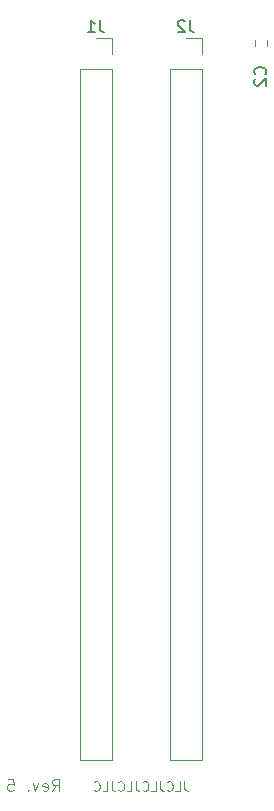
<source format=gbr>
G04 #@! TF.GenerationSoftware,KiCad,Pcbnew,8.0.4+dfsg-1*
G04 #@! TF.CreationDate,2024-12-10T11:00:30+09:00*
G04 #@! TF.ProjectId,bionic-p8051,62696f6e-6963-42d7-9038-3035312e6b69,5*
G04 #@! TF.SameCoordinates,Original*
G04 #@! TF.FileFunction,Legend,Bot*
G04 #@! TF.FilePolarity,Positive*
%FSLAX46Y46*%
G04 Gerber Fmt 4.6, Leading zero omitted, Abs format (unit mm)*
G04 Created by KiCad (PCBNEW 8.0.4+dfsg-1) date 2024-12-10 11:00:30*
%MOMM*%
%LPD*%
G01*
G04 APERTURE LIST*
%ADD10C,0.100000*%
%ADD11C,0.125000*%
%ADD12C,0.150000*%
%ADD13C,0.120000*%
G04 APERTURE END LIST*
D10*
X117395238Y-136660895D02*
X117395238Y-137232323D01*
X117395238Y-137232323D02*
X117433333Y-137346609D01*
X117433333Y-137346609D02*
X117509524Y-137422800D01*
X117509524Y-137422800D02*
X117623809Y-137460895D01*
X117623809Y-137460895D02*
X117700000Y-137460895D01*
X116633333Y-137460895D02*
X117014285Y-137460895D01*
X117014285Y-137460895D02*
X117014285Y-136660895D01*
X115909523Y-137384704D02*
X115947619Y-137422800D01*
X115947619Y-137422800D02*
X116061904Y-137460895D01*
X116061904Y-137460895D02*
X116138095Y-137460895D01*
X116138095Y-137460895D02*
X116252381Y-137422800D01*
X116252381Y-137422800D02*
X116328571Y-137346609D01*
X116328571Y-137346609D02*
X116366666Y-137270419D01*
X116366666Y-137270419D02*
X116404762Y-137118038D01*
X116404762Y-137118038D02*
X116404762Y-137003752D01*
X116404762Y-137003752D02*
X116366666Y-136851371D01*
X116366666Y-136851371D02*
X116328571Y-136775180D01*
X116328571Y-136775180D02*
X116252381Y-136698990D01*
X116252381Y-136698990D02*
X116138095Y-136660895D01*
X116138095Y-136660895D02*
X116061904Y-136660895D01*
X116061904Y-136660895D02*
X115947619Y-136698990D01*
X115947619Y-136698990D02*
X115909523Y-136737085D01*
X115338095Y-136660895D02*
X115338095Y-137232323D01*
X115338095Y-137232323D02*
X115376190Y-137346609D01*
X115376190Y-137346609D02*
X115452381Y-137422800D01*
X115452381Y-137422800D02*
X115566666Y-137460895D01*
X115566666Y-137460895D02*
X115642857Y-137460895D01*
X114576190Y-137460895D02*
X114957142Y-137460895D01*
X114957142Y-137460895D02*
X114957142Y-136660895D01*
X113852380Y-137384704D02*
X113890476Y-137422800D01*
X113890476Y-137422800D02*
X114004761Y-137460895D01*
X114004761Y-137460895D02*
X114080952Y-137460895D01*
X114080952Y-137460895D02*
X114195238Y-137422800D01*
X114195238Y-137422800D02*
X114271428Y-137346609D01*
X114271428Y-137346609D02*
X114309523Y-137270419D01*
X114309523Y-137270419D02*
X114347619Y-137118038D01*
X114347619Y-137118038D02*
X114347619Y-137003752D01*
X114347619Y-137003752D02*
X114309523Y-136851371D01*
X114309523Y-136851371D02*
X114271428Y-136775180D01*
X114271428Y-136775180D02*
X114195238Y-136698990D01*
X114195238Y-136698990D02*
X114080952Y-136660895D01*
X114080952Y-136660895D02*
X114004761Y-136660895D01*
X114004761Y-136660895D02*
X113890476Y-136698990D01*
X113890476Y-136698990D02*
X113852380Y-136737085D01*
X113280952Y-136660895D02*
X113280952Y-137232323D01*
X113280952Y-137232323D02*
X113319047Y-137346609D01*
X113319047Y-137346609D02*
X113395238Y-137422800D01*
X113395238Y-137422800D02*
X113509523Y-137460895D01*
X113509523Y-137460895D02*
X113585714Y-137460895D01*
X112519047Y-137460895D02*
X112899999Y-137460895D01*
X112899999Y-137460895D02*
X112899999Y-136660895D01*
X111795237Y-137384704D02*
X111833333Y-137422800D01*
X111833333Y-137422800D02*
X111947618Y-137460895D01*
X111947618Y-137460895D02*
X112023809Y-137460895D01*
X112023809Y-137460895D02*
X112138095Y-137422800D01*
X112138095Y-137422800D02*
X112214285Y-137346609D01*
X112214285Y-137346609D02*
X112252380Y-137270419D01*
X112252380Y-137270419D02*
X112290476Y-137118038D01*
X112290476Y-137118038D02*
X112290476Y-137003752D01*
X112290476Y-137003752D02*
X112252380Y-136851371D01*
X112252380Y-136851371D02*
X112214285Y-136775180D01*
X112214285Y-136775180D02*
X112138095Y-136698990D01*
X112138095Y-136698990D02*
X112023809Y-136660895D01*
X112023809Y-136660895D02*
X111947618Y-136660895D01*
X111947618Y-136660895D02*
X111833333Y-136698990D01*
X111833333Y-136698990D02*
X111795237Y-136737085D01*
X111223809Y-136660895D02*
X111223809Y-137232323D01*
X111223809Y-137232323D02*
X111261904Y-137346609D01*
X111261904Y-137346609D02*
X111338095Y-137422800D01*
X111338095Y-137422800D02*
X111452380Y-137460895D01*
X111452380Y-137460895D02*
X111528571Y-137460895D01*
X110461904Y-137460895D02*
X110842856Y-137460895D01*
X110842856Y-137460895D02*
X110842856Y-136660895D01*
X109738094Y-137384704D02*
X109776190Y-137422800D01*
X109776190Y-137422800D02*
X109890475Y-137460895D01*
X109890475Y-137460895D02*
X109966666Y-137460895D01*
X109966666Y-137460895D02*
X110080952Y-137422800D01*
X110080952Y-137422800D02*
X110157142Y-137346609D01*
X110157142Y-137346609D02*
X110195237Y-137270419D01*
X110195237Y-137270419D02*
X110233333Y-137118038D01*
X110233333Y-137118038D02*
X110233333Y-137003752D01*
X110233333Y-137003752D02*
X110195237Y-136851371D01*
X110195237Y-136851371D02*
X110157142Y-136775180D01*
X110157142Y-136775180D02*
X110080952Y-136698990D01*
X110080952Y-136698990D02*
X109966666Y-136660895D01*
X109966666Y-136660895D02*
X109890475Y-136660895D01*
X109890475Y-136660895D02*
X109776190Y-136698990D01*
X109776190Y-136698990D02*
X109738094Y-136737085D01*
D11*
X106204240Y-137462119D02*
X106537573Y-136985928D01*
X106775668Y-137462119D02*
X106775668Y-136462119D01*
X106775668Y-136462119D02*
X106394716Y-136462119D01*
X106394716Y-136462119D02*
X106299478Y-136509738D01*
X106299478Y-136509738D02*
X106251859Y-136557357D01*
X106251859Y-136557357D02*
X106204240Y-136652595D01*
X106204240Y-136652595D02*
X106204240Y-136795452D01*
X106204240Y-136795452D02*
X106251859Y-136890690D01*
X106251859Y-136890690D02*
X106299478Y-136938309D01*
X106299478Y-136938309D02*
X106394716Y-136985928D01*
X106394716Y-136985928D02*
X106775668Y-136985928D01*
X105394716Y-137414500D02*
X105489954Y-137462119D01*
X105489954Y-137462119D02*
X105680430Y-137462119D01*
X105680430Y-137462119D02*
X105775668Y-137414500D01*
X105775668Y-137414500D02*
X105823287Y-137319261D01*
X105823287Y-137319261D02*
X105823287Y-136938309D01*
X105823287Y-136938309D02*
X105775668Y-136843071D01*
X105775668Y-136843071D02*
X105680430Y-136795452D01*
X105680430Y-136795452D02*
X105489954Y-136795452D01*
X105489954Y-136795452D02*
X105394716Y-136843071D01*
X105394716Y-136843071D02*
X105347097Y-136938309D01*
X105347097Y-136938309D02*
X105347097Y-137033547D01*
X105347097Y-137033547D02*
X105823287Y-137128785D01*
X105013763Y-136795452D02*
X104775668Y-137462119D01*
X104775668Y-137462119D02*
X104537573Y-136795452D01*
X104156620Y-137366880D02*
X104109001Y-137414500D01*
X104109001Y-137414500D02*
X104156620Y-137462119D01*
X104156620Y-137462119D02*
X104204239Y-137414500D01*
X104204239Y-137414500D02*
X104156620Y-137366880D01*
X104156620Y-137366880D02*
X104156620Y-137462119D01*
X102442335Y-136462119D02*
X102918525Y-136462119D01*
X102918525Y-136462119D02*
X102966144Y-136938309D01*
X102966144Y-136938309D02*
X102918525Y-136890690D01*
X102918525Y-136890690D02*
X102823287Y-136843071D01*
X102823287Y-136843071D02*
X102585192Y-136843071D01*
X102585192Y-136843071D02*
X102489954Y-136890690D01*
X102489954Y-136890690D02*
X102442335Y-136938309D01*
X102442335Y-136938309D02*
X102394716Y-137033547D01*
X102394716Y-137033547D02*
X102394716Y-137271642D01*
X102394716Y-137271642D02*
X102442335Y-137366880D01*
X102442335Y-137366880D02*
X102489954Y-137414500D01*
X102489954Y-137414500D02*
X102585192Y-137462119D01*
X102585192Y-137462119D02*
X102823287Y-137462119D01*
X102823287Y-137462119D02*
X102918525Y-137414500D01*
X102918525Y-137414500D02*
X102966144Y-137366880D01*
D12*
X124219580Y-76794833D02*
X124267200Y-76747214D01*
X124267200Y-76747214D02*
X124314819Y-76604357D01*
X124314819Y-76604357D02*
X124314819Y-76509119D01*
X124314819Y-76509119D02*
X124267200Y-76366262D01*
X124267200Y-76366262D02*
X124171961Y-76271024D01*
X124171961Y-76271024D02*
X124076723Y-76223405D01*
X124076723Y-76223405D02*
X123886247Y-76175786D01*
X123886247Y-76175786D02*
X123743390Y-76175786D01*
X123743390Y-76175786D02*
X123552914Y-76223405D01*
X123552914Y-76223405D02*
X123457676Y-76271024D01*
X123457676Y-76271024D02*
X123362438Y-76366262D01*
X123362438Y-76366262D02*
X123314819Y-76509119D01*
X123314819Y-76509119D02*
X123314819Y-76604357D01*
X123314819Y-76604357D02*
X123362438Y-76747214D01*
X123362438Y-76747214D02*
X123410057Y-76794833D01*
X123410057Y-77175786D02*
X123362438Y-77223405D01*
X123362438Y-77223405D02*
X123314819Y-77318643D01*
X123314819Y-77318643D02*
X123314819Y-77556738D01*
X123314819Y-77556738D02*
X123362438Y-77651976D01*
X123362438Y-77651976D02*
X123410057Y-77699595D01*
X123410057Y-77699595D02*
X123505295Y-77747214D01*
X123505295Y-77747214D02*
X123600533Y-77747214D01*
X123600533Y-77747214D02*
X123743390Y-77699595D01*
X123743390Y-77699595D02*
X124314819Y-77128167D01*
X124314819Y-77128167D02*
X124314819Y-77747214D01*
X117843333Y-72204819D02*
X117843333Y-72919104D01*
X117843333Y-72919104D02*
X117890952Y-73061961D01*
X117890952Y-73061961D02*
X117986190Y-73157200D01*
X117986190Y-73157200D02*
X118129047Y-73204819D01*
X118129047Y-73204819D02*
X118224285Y-73204819D01*
X117414761Y-72300057D02*
X117367142Y-72252438D01*
X117367142Y-72252438D02*
X117271904Y-72204819D01*
X117271904Y-72204819D02*
X117033809Y-72204819D01*
X117033809Y-72204819D02*
X116938571Y-72252438D01*
X116938571Y-72252438D02*
X116890952Y-72300057D01*
X116890952Y-72300057D02*
X116843333Y-72395295D01*
X116843333Y-72395295D02*
X116843333Y-72490533D01*
X116843333Y-72490533D02*
X116890952Y-72633390D01*
X116890952Y-72633390D02*
X117462380Y-73204819D01*
X117462380Y-73204819D02*
X116843333Y-73204819D01*
X110223333Y-72204819D02*
X110223333Y-72919104D01*
X110223333Y-72919104D02*
X110270952Y-73061961D01*
X110270952Y-73061961D02*
X110366190Y-73157200D01*
X110366190Y-73157200D02*
X110509047Y-73204819D01*
X110509047Y-73204819D02*
X110604285Y-73204819D01*
X109223333Y-73204819D02*
X109794761Y-73204819D01*
X109509047Y-73204819D02*
X109509047Y-72204819D01*
X109509047Y-72204819D02*
X109604285Y-72347676D01*
X109604285Y-72347676D02*
X109699523Y-72442914D01*
X109699523Y-72442914D02*
X109794761Y-72490533D01*
D13*
X124382500Y-73912776D02*
X124382500Y-74422224D01*
X123337500Y-73912776D02*
X123337500Y-74422224D01*
X117510000Y-73750000D02*
X118840000Y-73750000D01*
X118840000Y-73750000D02*
X118840000Y-75080000D01*
X118840000Y-134830000D02*
X118840000Y-76350000D01*
X116180000Y-76350000D02*
X118840000Y-76350000D01*
X116180000Y-134830000D02*
X118840000Y-134830000D01*
X116180000Y-134830000D02*
X116180000Y-76350000D01*
X109890000Y-73750000D02*
X111220000Y-73750000D01*
X111220000Y-73750000D02*
X111220000Y-75080000D01*
X111220000Y-134830000D02*
X111220000Y-76350000D01*
X108560000Y-76350000D02*
X111220000Y-76350000D01*
X108560000Y-134830000D02*
X111220000Y-134830000D01*
X108560000Y-134830000D02*
X108560000Y-76350000D01*
M02*

</source>
